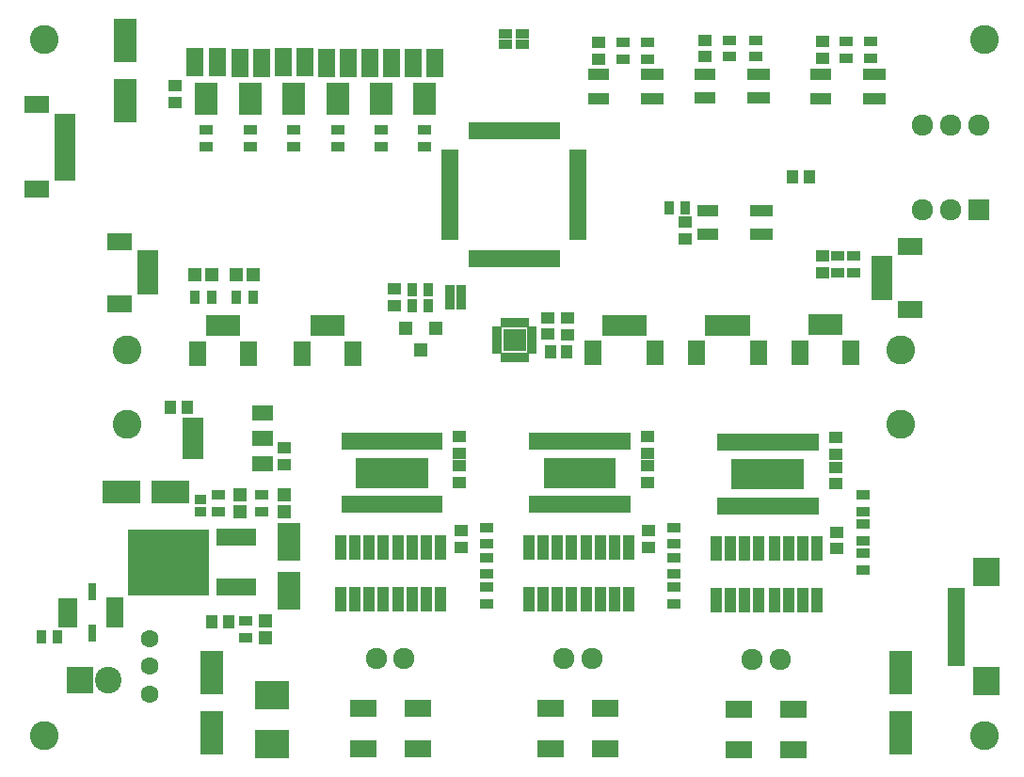
<source format=gts>
G04 #@! TF.GenerationSoftware,KiCad,Pcbnew,(5.0.0)*
G04 #@! TF.CreationDate,2019-07-10T13:20:49+09:00*
G04 #@! TF.ProjectId,top and bottom,746F7020616E6420626F74746F6D2E6B,rev?*
G04 #@! TF.SameCoordinates,Original*
G04 #@! TF.FileFunction,Soldermask,Top*
G04 #@! TF.FilePolarity,Negative*
%FSLAX46Y46*%
G04 Gerber Fmt 4.6, Leading zero omitted, Abs format (unit mm)*
G04 Created by KiCad (PCBNEW (5.0.0)) date 07/10/19 13:20:49*
%MOMM*%
%LPD*%
G01*
G04 APERTURE LIST*
%ADD10R,1.200000X1.200000*%
%ADD11R,1.200000X1.100000*%
%ADD12R,2.000000X2.900000*%
%ADD13R,1.600000X2.600000*%
%ADD14R,2.000000X3.900000*%
%ADD15R,1.950000X1.000000*%
%ADD16R,2.200000X1.600000*%
%ADD17R,0.900000X1.200000*%
%ADD18C,2.600000*%
%ADD19R,1.275000X1.200000*%
%ADD20R,0.600000X0.950000*%
%ADD21R,0.950000X0.600000*%
%ADD22R,2.000000X1.050000*%
%ADD23R,1.900000X1.050000*%
%ADD24R,0.900000X0.650000*%
%ADD25R,1.200000X0.900000*%
%ADD26R,1.600000X2.200000*%
%ADD27R,1.000000X1.950000*%
%ADD28R,1.200000X1.300000*%
%ADD29R,1.150000X0.900000*%
%ADD30R,0.680000X1.600000*%
%ADD31R,1.600000X0.680000*%
%ADD32R,1.100000X1.200000*%
%ADD33R,1.924000X1.924000*%
%ADD34C,1.924000*%
%ADD35R,3.400000X2.000000*%
%ADD36R,0.730000X1.600000*%
%ADD37R,1.600000X0.730000*%
%ADD38R,1.700000X0.730000*%
%ADD39C,1.600000*%
%ADD40R,1.120000X2.180000*%
%ADD41R,3.134000X2.559000*%
%ADD42R,2.400000X1.600000*%
%ADD43R,0.800000X1.500000*%
%ADD44R,1.942500X1.600000*%
%ADD45R,2.400000X2.400000*%
%ADD46C,2.400000*%
%ADD47R,2.400000X2.600000*%
%ADD48R,1.650000X0.630000*%
%ADD49R,2.400000X2.200000*%
%ADD50R,1.100000X0.900000*%
%ADD51R,1.900000X1.400000*%
%ADD52R,1.900000X3.700000*%
%ADD53R,2.000000X3.400000*%
%ADD54R,7.400000X5.900000*%
%ADD55R,3.600000X1.600000*%
G04 APERTURE END LIST*
D10*
G04 #@! TO.C,D2*
X126050000Y-94800000D03*
X127550000Y-94800000D03*
G04 #@! TD*
D11*
G04 #@! TO.C,C22*
X124250000Y-77800000D03*
X124250000Y-79300000D03*
G04 #@! TD*
D12*
G04 #@! TO.C,RV2*
X142750000Y-79000000D03*
D13*
X141750000Y-75750000D03*
X143750000Y-75750000D03*
G04 #@! TD*
D14*
G04 #@! TO.C,C23*
X119750000Y-73700000D03*
X119750000Y-79100000D03*
G04 #@! TD*
D15*
G04 #@! TO.C,J7*
X187850000Y-93600000D03*
X187850000Y-94600000D03*
X187850000Y-95600000D03*
X187850000Y-96600000D03*
D16*
X190375000Y-92300000D03*
X190375000Y-97900000D03*
G04 #@! TD*
D13*
G04 #@! TO.C,RV3*
X139850000Y-75750000D03*
X137850000Y-75750000D03*
D12*
X138850000Y-79000000D03*
G04 #@! TD*
D17*
G04 #@! TO.C,R26*
X126050000Y-96800000D03*
X127550000Y-96800000D03*
G04 #@! TD*
D13*
G04 #@! TO.C,RV4*
X135950000Y-75700000D03*
X133950000Y-75700000D03*
D12*
X134950000Y-78950000D03*
G04 #@! TD*
D10*
G04 #@! TO.C,D1*
X129750000Y-94800000D03*
X131250000Y-94800000D03*
G04 #@! TD*
D13*
G04 #@! TO.C,RV6*
X128050000Y-75700000D03*
X126050000Y-75700000D03*
D12*
X127050000Y-78950000D03*
G04 #@! TD*
G04 #@! TO.C,RV5*
X131050000Y-79000000D03*
D13*
X130050000Y-75750000D03*
X132050000Y-75750000D03*
G04 #@! TD*
D12*
G04 #@! TO.C,RV1*
X146650000Y-79000000D03*
D13*
X145650000Y-75750000D03*
X147650000Y-75750000D03*
G04 #@! TD*
D18*
G04 #@! TO.C,REF\002A\002A*
X119950000Y-101600000D03*
G04 #@! TD*
D17*
G04 #@! TO.C,R25*
X129750000Y-96800000D03*
X131250000Y-96800000D03*
G04 #@! TD*
D19*
G04 #@! TO.C,U2*
X155220000Y-101100000D03*
X155220000Y-100300000D03*
D20*
X155785000Y-99140000D03*
D21*
X153225000Y-100500000D03*
D20*
X154585000Y-99140000D03*
D21*
X156345000Y-99700000D03*
X156345000Y-101300000D03*
X156345000Y-100900000D03*
D20*
X155385000Y-99140000D03*
X153785000Y-102260000D03*
D21*
X153225000Y-100100000D03*
D19*
X154350000Y-101100000D03*
D20*
X154185000Y-102260000D03*
X154985000Y-99140000D03*
D21*
X153225000Y-100900000D03*
D20*
X153785000Y-99140000D03*
D21*
X156345000Y-100100000D03*
D20*
X154985000Y-102260000D03*
D21*
X153225000Y-101300000D03*
D20*
X155785000Y-102260000D03*
D21*
X153225000Y-101700000D03*
X153225000Y-99700000D03*
X156345000Y-101700000D03*
D20*
X155385000Y-102260000D03*
D21*
X156345000Y-100500000D03*
D19*
X154350000Y-100300000D03*
D20*
X154585000Y-102260000D03*
X154185000Y-99140000D03*
G04 #@! TD*
D22*
G04 #@! TO.C,SW5*
X167150000Y-76800000D03*
D23*
X162350000Y-76800000D03*
D22*
X167150000Y-78950000D03*
D23*
X162350000Y-78950000D03*
G04 #@! TD*
D22*
G04 #@! TO.C,SW2*
X187150000Y-76800000D03*
D23*
X182350000Y-76800000D03*
D22*
X187150000Y-78950000D03*
D23*
X182350000Y-78950000D03*
G04 #@! TD*
D24*
G04 #@! TO.C,RN1*
X149950000Y-97100000D03*
X149950000Y-96600000D03*
X148950000Y-96600000D03*
X148950000Y-97100000D03*
X148950000Y-96100000D03*
X149950000Y-97600000D03*
X148950000Y-97600000D03*
X149950000Y-96100000D03*
G04 #@! TD*
D25*
G04 #@! TO.C,R15*
X185250000Y-94600000D03*
X185250000Y-93100000D03*
G04 #@! TD*
G04 #@! TO.C,R10*
X127050000Y-81800000D03*
X127050000Y-83300000D03*
G04 #@! TD*
G04 #@! TO.C,R4*
X138850000Y-81800000D03*
X138850000Y-83300000D03*
G04 #@! TD*
D26*
G04 #@! TO.C,J9*
X171150000Y-101862500D03*
X176750000Y-101862500D03*
D27*
X172450000Y-99337500D03*
X173450000Y-99337500D03*
X174450000Y-99337500D03*
X175450000Y-99337500D03*
G04 #@! TD*
D25*
G04 #@! TO.C,R13*
X184650000Y-75300000D03*
X184650000Y-73800000D03*
G04 #@! TD*
D22*
G04 #@! TO.C,SW3*
X176750000Y-76750000D03*
D23*
X171950000Y-76750000D03*
D22*
X176750000Y-78900000D03*
D23*
X171950000Y-78900000D03*
G04 #@! TD*
D22*
G04 #@! TO.C,SW1*
X176950000Y-89050000D03*
D23*
X172150000Y-89050000D03*
D22*
X176950000Y-91200000D03*
D23*
X172150000Y-91200000D03*
G04 #@! TD*
D17*
G04 #@! TO.C,R7*
X145550000Y-96200000D03*
X147050000Y-96200000D03*
G04 #@! TD*
D25*
G04 #@! TO.C,R12*
X176450000Y-73700000D03*
X176450000Y-75200000D03*
G04 #@! TD*
G04 #@! TO.C,R18*
X164550000Y-75400000D03*
X164550000Y-73900000D03*
G04 #@! TD*
G04 #@! TO.C,R17*
X183850000Y-94600000D03*
X183850000Y-93100000D03*
G04 #@! TD*
G04 #@! TO.C,R2*
X146650000Y-81800000D03*
X146650000Y-83300000D03*
G04 #@! TD*
D26*
G04 #@! TO.C,J10*
X161850000Y-101862500D03*
X167450000Y-101862500D03*
D27*
X163150000Y-99337500D03*
X164150000Y-99337500D03*
X165150000Y-99337500D03*
X166150000Y-99337500D03*
G04 #@! TD*
D28*
G04 #@! TO.C,Q1*
X147700000Y-99600000D03*
X145020000Y-99600000D03*
X146350000Y-101600000D03*
G04 #@! TD*
D29*
G04 #@! TO.C,LED1*
X153950000Y-74100000D03*
X155500000Y-74100000D03*
X155500000Y-73100000D03*
X153950000Y-73100000D03*
G04 #@! TD*
D17*
G04 #@! TO.C,R1*
X170150000Y-88800000D03*
X168650000Y-88800000D03*
G04 #@! TD*
D27*
G04 #@! TO.C,J8*
X138950000Y-99400000D03*
X137950000Y-99400000D03*
X136950000Y-99400000D03*
D26*
X140250000Y-101925000D03*
X135650000Y-101925000D03*
G04 #@! TD*
D25*
G04 #@! TO.C,R16*
X166750000Y-73900000D03*
X166750000Y-75400000D03*
G04 #@! TD*
G04 #@! TO.C,R9*
X131050000Y-81800000D03*
X131050000Y-83300000D03*
G04 #@! TD*
G04 #@! TO.C,R5*
X134950000Y-81800000D03*
X134950000Y-83300000D03*
G04 #@! TD*
D30*
G04 #@! TO.C,U1*
X158500000Y-93350000D03*
X158000000Y-93350000D03*
X157500000Y-93350000D03*
X157000000Y-93350000D03*
X156500000Y-93350000D03*
X156000000Y-93350000D03*
X155500000Y-93350000D03*
X155000000Y-93350000D03*
X154500000Y-93350000D03*
X154000000Y-93350000D03*
X153500000Y-93350000D03*
X153000000Y-93350000D03*
X152500000Y-93350000D03*
X152000000Y-93350000D03*
X151500000Y-93350000D03*
X151000000Y-93350000D03*
D31*
X149000000Y-91350000D03*
X149000000Y-90850000D03*
X149000000Y-90350000D03*
X149000000Y-89850000D03*
X149000000Y-89350000D03*
X149000000Y-88850000D03*
X149000000Y-88350000D03*
X149000000Y-87850000D03*
X149000000Y-87350000D03*
X149000000Y-86850000D03*
X149000000Y-86350000D03*
X149000000Y-85850000D03*
X149000000Y-85350000D03*
X149000000Y-84850000D03*
X149000000Y-84350000D03*
X149000000Y-83850000D03*
D30*
X151000000Y-81850000D03*
X151500000Y-81850000D03*
X152000000Y-81850000D03*
X152500000Y-81850000D03*
X153000000Y-81850000D03*
X153500000Y-81850000D03*
X154000000Y-81850000D03*
X154500000Y-81850000D03*
X155000000Y-81850000D03*
X155500000Y-81850000D03*
X156000000Y-81850000D03*
X156500000Y-81850000D03*
X157000000Y-81850000D03*
X157500000Y-81850000D03*
X158000000Y-81850000D03*
X158500000Y-81850000D03*
D31*
X160500000Y-83850000D03*
X160500000Y-84350000D03*
X160500000Y-84850000D03*
X160500000Y-85350000D03*
X160500000Y-85850000D03*
X160500000Y-86350000D03*
X160500000Y-86850000D03*
X160500000Y-87350000D03*
X160500000Y-87850000D03*
X160500000Y-88350000D03*
X160500000Y-88850000D03*
X160500000Y-89350000D03*
X160500000Y-89850000D03*
X160500000Y-90350000D03*
X160500000Y-90850000D03*
X160500000Y-91350000D03*
G04 #@! TD*
D25*
G04 #@! TO.C,R14*
X174150000Y-75200000D03*
X174150000Y-73700000D03*
G04 #@! TD*
G04 #@! TO.C,R3*
X142750000Y-81800000D03*
X142750000Y-83300000D03*
G04 #@! TD*
D15*
G04 #@! TO.C,J6*
X121812500Y-96100000D03*
X121812500Y-95100000D03*
X121812500Y-94100000D03*
X121812500Y-93100000D03*
D16*
X119287500Y-97400000D03*
X119287500Y-91800000D03*
G04 #@! TD*
D25*
G04 #@! TO.C,R11*
X186850000Y-73800000D03*
X186850000Y-75300000D03*
G04 #@! TD*
D17*
G04 #@! TO.C,R8*
X147050000Y-97600000D03*
X145550000Y-97600000D03*
G04 #@! TD*
D27*
G04 #@! TO.C,J5*
X183750000Y-99300000D03*
X182750000Y-99300000D03*
X181750000Y-99300000D03*
D26*
X185050000Y-101825000D03*
X180450000Y-101825000D03*
G04 #@! TD*
D15*
G04 #@! TO.C,J4*
X114312500Y-85800000D03*
X114312500Y-84800000D03*
X114312500Y-83800000D03*
X114312500Y-82800000D03*
X114312500Y-81800000D03*
X114312500Y-80800000D03*
D16*
X111787500Y-87100000D03*
X111787500Y-79500000D03*
G04 #@! TD*
D11*
G04 #@! TO.C,C17*
X162350000Y-73900000D03*
X162350000Y-75400000D03*
G04 #@! TD*
D32*
G04 #@! TO.C,C20*
X181325000Y-86000000D03*
X179825000Y-86000000D03*
G04 #@! TD*
D11*
G04 #@! TO.C,C16*
X182450000Y-93100000D03*
X182450000Y-94600000D03*
G04 #@! TD*
G04 #@! TO.C,C15*
X159550000Y-100200000D03*
X159550000Y-98700000D03*
G04 #@! TD*
D18*
G04 #@! TO.C,REF\002A\002A*
X189550000Y-101600000D03*
G04 #@! TD*
D32*
G04 #@! TO.C,C12*
X158000000Y-101750000D03*
X159500000Y-101750000D03*
G04 #@! TD*
D27*
G04 #@! TO.C,J3*
X129550000Y-99400000D03*
X128550000Y-99400000D03*
X127550000Y-99400000D03*
D26*
X130850000Y-101925000D03*
X126250000Y-101925000D03*
G04 #@! TD*
D11*
G04 #@! TO.C,C13*
X182450000Y-73825000D03*
X182450000Y-75325000D03*
G04 #@! TD*
G04 #@! TO.C,C11*
X157750000Y-100175000D03*
X157750000Y-98675000D03*
G04 #@! TD*
D33*
G04 #@! TO.C,SW4*
X196550000Y-89000000D03*
D34*
X194010000Y-89000000D03*
X191470000Y-89000000D03*
X196550000Y-81380000D03*
X194010000Y-81380000D03*
X191470000Y-81380000D03*
G04 #@! TD*
D11*
G04 #@! TO.C,C5*
X143950000Y-97600000D03*
X143950000Y-96100000D03*
G04 #@! TD*
D18*
G04 #@! TO.C,REF\002A\002A*
X197050000Y-73600000D03*
G04 #@! TD*
D11*
G04 #@! TO.C,C14*
X171950000Y-73700000D03*
X171950000Y-75200000D03*
G04 #@! TD*
G04 #@! TO.C,C2*
X170150000Y-90100000D03*
X170150000Y-91600000D03*
G04 #@! TD*
D18*
G04 #@! TO.C,REF\002A\002A*
X112450000Y-73600000D03*
G04 #@! TD*
D10*
G04 #@! TO.C,D2*
X130050000Y-114650000D03*
X130050000Y-116150000D03*
G04 #@! TD*
D35*
G04 #@! TO.C,C42*
X119450000Y-114350000D03*
X123850000Y-114350000D03*
G04 #@! TD*
D25*
G04 #@! TO.C,R15*
X169150000Y-121750000D03*
X169150000Y-120250000D03*
G04 #@! TD*
G04 #@! TO.C,R31*
X130550000Y-125950000D03*
X130550000Y-127450000D03*
G04 #@! TD*
G04 #@! TO.C,R32*
X128150000Y-114650000D03*
X128150000Y-116150000D03*
G04 #@! TD*
D36*
G04 #@! TO.C,Q1*
X116750000Y-127100000D03*
X116750000Y-123300000D03*
D37*
X118850000Y-124200000D03*
X118850000Y-124900000D03*
X118850000Y-125550000D03*
X118850000Y-126200000D03*
D38*
X114550000Y-126200000D03*
X114550000Y-125550000D03*
X114550000Y-124900000D03*
X114550000Y-124250000D03*
G04 #@! TD*
D39*
G04 #@! TO.C,SW2*
X121950000Y-132550000D03*
X121950000Y-130050000D03*
X121950000Y-127550000D03*
G04 #@! TD*
D34*
G04 #@! TO.C,J3*
X159250000Y-129350000D03*
X161750000Y-129350000D03*
G04 #@! TD*
D25*
G04 #@! TO.C,R12*
X186150000Y-121350000D03*
X186150000Y-119850000D03*
G04 #@! TD*
D40*
G04 #@! TO.C,FET2*
X141680000Y-124030000D03*
X140410000Y-124030000D03*
X139140000Y-124030000D03*
X142950000Y-124030000D03*
X139140000Y-119350000D03*
X140410000Y-119350000D03*
X141680000Y-119350000D03*
X142950000Y-119350000D03*
G04 #@! TD*
D41*
G04 #@! TO.C,D6*
X132950000Y-137070000D03*
X132950000Y-132650000D03*
G04 #@! TD*
D14*
G04 #@! TO.C,C38*
X127550000Y-130650000D03*
X127550000Y-136050000D03*
G04 #@! TD*
D10*
G04 #@! TO.C,D1*
X132350000Y-125950000D03*
X132350000Y-127450000D03*
G04 #@! TD*
D32*
G04 #@! TO.C,C40*
X127575000Y-126050000D03*
X129075000Y-126050000D03*
G04 #@! TD*
D42*
G04 #@! TO.C,C12*
X146050000Y-133850000D03*
X146050000Y-137450000D03*
G04 #@! TD*
D40*
G04 #@! TO.C,FET6*
X158580000Y-124030000D03*
X157310000Y-124030000D03*
X156040000Y-124030000D03*
X159850000Y-124030000D03*
X156040000Y-119350000D03*
X157310000Y-119350000D03*
X158580000Y-119350000D03*
X159850000Y-119350000D03*
G04 #@! TD*
D14*
G04 #@! TO.C,C13*
X189550000Y-136050000D03*
X189550000Y-130650000D03*
G04 #@! TD*
D40*
G04 #@! TO.C,FET5*
X165050000Y-119350000D03*
X163780000Y-119350000D03*
X162510000Y-119350000D03*
X161240000Y-119350000D03*
X165050000Y-124030000D03*
X161240000Y-124030000D03*
X162510000Y-124030000D03*
X163780000Y-124030000D03*
G04 #@! TD*
D42*
G04 #@! TO.C,C29*
X158050000Y-137450000D03*
X158050000Y-133850000D03*
G04 #@! TD*
G04 #@! TO.C,C28*
X174950000Y-137550000D03*
X174950000Y-133950000D03*
G04 #@! TD*
D11*
G04 #@! TO.C,C19*
X166750000Y-113525000D03*
X166750000Y-112025000D03*
G04 #@! TD*
G04 #@! TO.C,C15*
X166750000Y-110875000D03*
X166750000Y-109375000D03*
G04 #@! TD*
D42*
G04 #@! TO.C,C27*
X162950000Y-133850000D03*
X162950000Y-137450000D03*
G04 #@! TD*
G04 #@! TO.C,C11*
X141150000Y-137450000D03*
X141150000Y-133850000D03*
G04 #@! TD*
D40*
G04 #@! TO.C,FET4*
X176750000Y-119450000D03*
X175480000Y-119450000D03*
X174210000Y-119450000D03*
X172940000Y-119450000D03*
X176750000Y-124130000D03*
X172940000Y-124130000D03*
X174210000Y-124130000D03*
X175480000Y-124130000D03*
G04 #@! TD*
D43*
G04 #@! TO.C,IC2*
X173325000Y-115600000D03*
X173975000Y-115600000D03*
X174625000Y-115600000D03*
X175275000Y-115600000D03*
X175925000Y-115600000D03*
X176575000Y-115600000D03*
X177225000Y-115600000D03*
X177875000Y-115600000D03*
X178525000Y-115600000D03*
X179175000Y-115600000D03*
X179825000Y-115600000D03*
X180475000Y-115600000D03*
X181125000Y-115600000D03*
X181775000Y-115600000D03*
X181775000Y-109900000D03*
X181125000Y-109900000D03*
X180475000Y-109900000D03*
X179825000Y-109900000D03*
X179175000Y-109900000D03*
X178525000Y-109900000D03*
X177875000Y-109900000D03*
X177225000Y-109900000D03*
X176575000Y-109900000D03*
X175925000Y-109900000D03*
X175275000Y-109900000D03*
X174625000Y-109900000D03*
X173975000Y-109900000D03*
X173325000Y-109900000D03*
D44*
X179863750Y-112150000D03*
X178321250Y-112150000D03*
X176778750Y-112150000D03*
X175236250Y-112150000D03*
X179863750Y-113350000D03*
X178321250Y-113350000D03*
X176778750Y-113350000D03*
X175236250Y-113350000D03*
G04 #@! TD*
D40*
G04 #@! TO.C,FET3*
X180680000Y-124130000D03*
X179410000Y-124130000D03*
X178140000Y-124130000D03*
X181950000Y-124130000D03*
X178140000Y-119450000D03*
X179410000Y-119450000D03*
X180680000Y-119450000D03*
X181950000Y-119450000D03*
G04 #@! TD*
D42*
G04 #@! TO.C,C26*
X179850000Y-133950000D03*
X179850000Y-137550000D03*
G04 #@! TD*
D11*
G04 #@! TO.C,C20*
X183750000Y-117975000D03*
X183750000Y-119475000D03*
G04 #@! TD*
D40*
G04 #@! TO.C,FET1*
X146880000Y-124030000D03*
X145610000Y-124030000D03*
X144340000Y-124030000D03*
X148150000Y-124030000D03*
X144340000Y-119350000D03*
X145610000Y-119350000D03*
X146880000Y-119350000D03*
X148150000Y-119350000D03*
G04 #@! TD*
D45*
G04 #@! TO.C,J6*
X115700000Y-131300000D03*
D46*
X118200000Y-131300000D03*
G04 #@! TD*
D11*
G04 #@! TO.C,C23*
X166850000Y-117875000D03*
X166850000Y-119375000D03*
G04 #@! TD*
D25*
G04 #@! TO.C,R6*
X152250000Y-119050000D03*
X152250000Y-117550000D03*
G04 #@! TD*
D43*
G04 #@! TO.C,IC1*
X139525000Y-115500000D03*
X140175000Y-115500000D03*
X140825000Y-115500000D03*
X141475000Y-115500000D03*
X142125000Y-115500000D03*
X142775000Y-115500000D03*
X143425000Y-115500000D03*
X144075000Y-115500000D03*
X144725000Y-115500000D03*
X145375000Y-115500000D03*
X146025000Y-115500000D03*
X146675000Y-115500000D03*
X147325000Y-115500000D03*
X147975000Y-115500000D03*
X147975000Y-109800000D03*
X147325000Y-109800000D03*
X146675000Y-109800000D03*
X146025000Y-109800000D03*
X145375000Y-109800000D03*
X144725000Y-109800000D03*
X144075000Y-109800000D03*
X143425000Y-109800000D03*
X142775000Y-109800000D03*
X142125000Y-109800000D03*
X141475000Y-109800000D03*
X140825000Y-109800000D03*
X140175000Y-109800000D03*
X139525000Y-109800000D03*
D44*
X146063750Y-112050000D03*
X144521250Y-112050000D03*
X142978750Y-112050000D03*
X141436250Y-112050000D03*
X146063750Y-113250000D03*
X144521250Y-113250000D03*
X142978750Y-113250000D03*
X141436250Y-113250000D03*
G04 #@! TD*
D11*
G04 #@! TO.C,C14*
X183650000Y-109475000D03*
X183650000Y-110975000D03*
G04 #@! TD*
G04 #@! TO.C,C18*
X183700000Y-113625000D03*
X183700000Y-112125000D03*
G04 #@! TD*
D25*
G04 #@! TO.C,R14*
X186150000Y-117250000D03*
X186150000Y-118750000D03*
G04 #@! TD*
G04 #@! TO.C,R4*
X152250000Y-124450000D03*
X152250000Y-122950000D03*
G04 #@! TD*
D34*
G04 #@! TO.C,J2*
X178650000Y-129450000D03*
X176150000Y-129450000D03*
G04 #@! TD*
G04 #@! TO.C,J1*
X142350000Y-129350000D03*
X144850000Y-129350000D03*
G04 #@! TD*
D44*
G04 #@! TO.C,IC3*
X158336250Y-113250000D03*
X159878750Y-113250000D03*
X161421250Y-113250000D03*
X162963750Y-113250000D03*
X158336250Y-112050000D03*
X159878750Y-112050000D03*
X161421250Y-112050000D03*
X162963750Y-112050000D03*
D43*
X156425000Y-109800000D03*
X157075000Y-109800000D03*
X157725000Y-109800000D03*
X158375000Y-109800000D03*
X159025000Y-109800000D03*
X159675000Y-109800000D03*
X160325000Y-109800000D03*
X160975000Y-109800000D03*
X161625000Y-109800000D03*
X162275000Y-109800000D03*
X162925000Y-109800000D03*
X163575000Y-109800000D03*
X164225000Y-109800000D03*
X164875000Y-109800000D03*
X164875000Y-115500000D03*
X164225000Y-115500000D03*
X163575000Y-115500000D03*
X162925000Y-115500000D03*
X162275000Y-115500000D03*
X161625000Y-115500000D03*
X160975000Y-115500000D03*
X160325000Y-115500000D03*
X159675000Y-115500000D03*
X159025000Y-115500000D03*
X158375000Y-115500000D03*
X157725000Y-115500000D03*
X157075000Y-115500000D03*
X156425000Y-115500000D03*
G04 #@! TD*
D25*
G04 #@! TO.C,R5*
X152250000Y-120250000D03*
X152250000Y-121750000D03*
G04 #@! TD*
G04 #@! TO.C,R13*
X169150000Y-122950000D03*
X169150000Y-124450000D03*
G04 #@! TD*
D47*
G04 #@! TO.C,J14*
X197225000Y-121600000D03*
X197225000Y-131400000D03*
D48*
X194550000Y-123250000D03*
D49*
X197225000Y-131400000D03*
X197225000Y-121600000D03*
D48*
X194550000Y-123750000D03*
X194550000Y-124250000D03*
X194550000Y-124750000D03*
X194550000Y-125250000D03*
X194550000Y-125750000D03*
X194550000Y-126250000D03*
X194550000Y-126750000D03*
X194550000Y-127250000D03*
X194550000Y-127750000D03*
X194550000Y-128250000D03*
X194550000Y-128750000D03*
X194550000Y-129250000D03*
X194550000Y-129750000D03*
G04 #@! TD*
D25*
G04 #@! TO.C,R16*
X186150000Y-114650000D03*
X186150000Y-116150000D03*
G04 #@! TD*
G04 #@! TO.C,R17*
X169150000Y-119050000D03*
X169150000Y-117550000D03*
G04 #@! TD*
D50*
G04 #@! TO.C,C41*
X126550000Y-116150000D03*
X126550000Y-115050000D03*
G04 #@! TD*
D32*
G04 #@! TO.C,C43*
X125325000Y-106750000D03*
X123825000Y-106750000D03*
G04 #@! TD*
D11*
G04 #@! TO.C,C8*
X149950000Y-117875000D03*
X149950000Y-119375000D03*
G04 #@! TD*
D18*
G04 #@! TO.C,REF\002A\002A*
X197050000Y-136250000D03*
G04 #@! TD*
D25*
G04 #@! TO.C,R33*
X132050000Y-114650000D03*
X132050000Y-116150000D03*
G04 #@! TD*
D18*
G04 #@! TO.C,REF\002A\002A*
X112450000Y-136250000D03*
G04 #@! TD*
D51*
G04 #@! TO.C,U4*
X132150000Y-111850000D03*
X132150000Y-107250000D03*
X132150000Y-109550000D03*
D52*
X125850000Y-109550000D03*
G04 #@! TD*
D11*
G04 #@! TO.C,C7*
X149850000Y-112025000D03*
X149850000Y-113525000D03*
G04 #@! TD*
D17*
G04 #@! TO.C,R30*
X113700000Y-127400000D03*
X112200000Y-127400000D03*
G04 #@! TD*
D10*
G04 #@! TO.C,D3*
X134050000Y-114650000D03*
X134050000Y-116150000D03*
G04 #@! TD*
D53*
G04 #@! TO.C,C45*
X134450000Y-118850000D03*
X134450000Y-123250000D03*
G04 #@! TD*
D54*
G04 #@! TO.C,U3*
X123630000Y-120670000D03*
D55*
X129750000Y-118390000D03*
X129750000Y-122950000D03*
G04 #@! TD*
D11*
G04 #@! TO.C,C5*
X149850000Y-109375000D03*
X149850000Y-110875000D03*
G04 #@! TD*
G04 #@! TO.C,C44*
X134050000Y-110375000D03*
X134050000Y-111875000D03*
G04 #@! TD*
D18*
G04 #@! TO.C,REF\002A\002A*
X189550000Y-108250000D03*
G04 #@! TD*
G04 #@! TO.C,REF\002A\002A*
X119950000Y-108250000D03*
G04 #@! TD*
M02*

</source>
